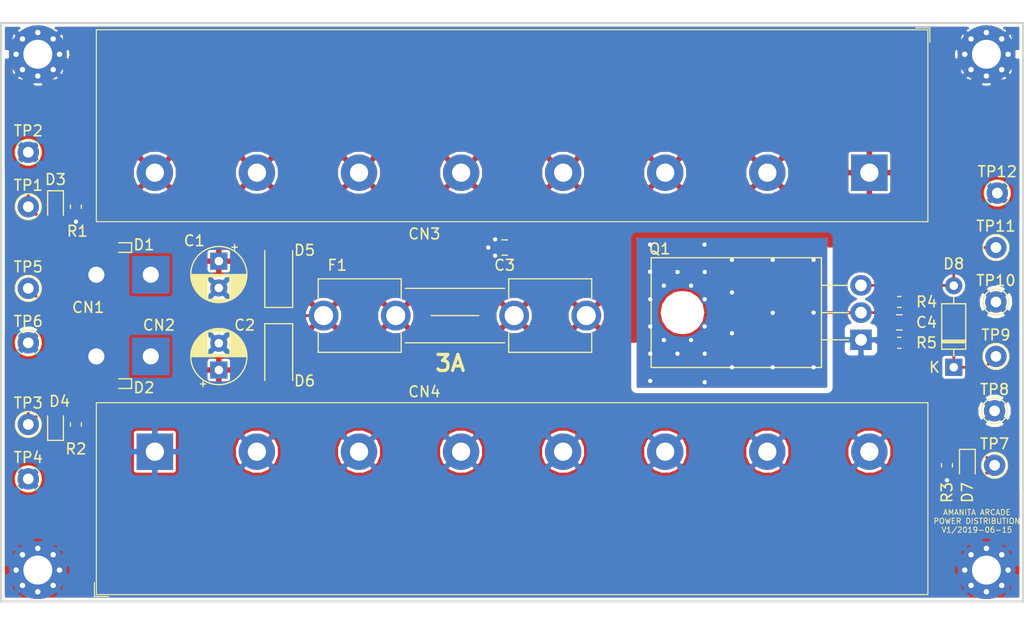
<source format=kicad_pcb>
(kicad_pcb (version 20171130) (host pcbnew 5.0.2-bee76a0~70~ubuntu18.04.1)
  (layers (0 F.Cu signal) (31 B.Cu signal) (34 B.Paste user) (35 F.Paste user) (36 B.SilkS user) (37 F.SilkS user) (38 B.Mask user hide) (39 F.Mask user hide) (44 Edge.Cuts user))
  (net 0 "")
  (net 1 GND)
  (net 2 "Net-(D5-Pad1)")
  (net 3 "Net-(D7-Pad1)")
  (net 4 "Net-(D3-Pad1)")
  (net 5 "Net-(D4-Pad1)")
  (net 6 "Net-(D8-Pad2)")
  (net 7 /+12V)
  (net 8 "Net-(C1-Pad1)")
  (net 9 "Net-(C2-Pad1)")
  (net 10 "Net-(C4-Pad1)")
  (module Package_TO_SOT_THT:TO-220-3_Horizontal_TabDown (layer F.Cu) (at 181.842162 102.592621 90)
    (fp_text reference Q1 (at 8.485621 -18.774162 180) (layer F.SilkS))
    (fp_text value TN1610H)
    (pad "" np_thru_hole oval (at 2.54 -16.66 90) (size 3.5 3.5) (drill 3.5) (layers *.Cu *.Mask))
    (pad 1 thru_hole rect (at 0 0 90) (size 1.905 2) (drill 1.1) (layers *.Cu *.Mask) (net 1 GND))
    (pad 2 thru_hole oval (at 2.54 0 90) (size 1.905 2) (drill 1.1) (layers *.Cu *.Mask) (net 7 /+12V))
    (pad 3 thru_hole oval (at 5.08 0 90) (size 1.905 2) (drill 1.1) (layers *.Cu *.Mask) (net 6 "Net-(D8-Pad2)"))
  )
  (module Capacitor_SMD:C_0805_2012Metric (layer F.Cu) (at 185.42 100.965 180)
    (fp_text reference C4 (at -2.54 0 180) (layer F.SilkS))
    (fp_text value 1u)
    (pad 1 smd roundrect (at -0.9375 0 180) (size 0.975 1.4) (layers F.Cu F.Paste F.Mask) (net 10 "Net-(C4-Pad1)"))
    (pad 2 smd roundrect (at 0.9375 0 180) (size 0.975 1.4) (layers F.Cu F.Paste F.Mask) (net 1 GND))
  )
  (module Capacitor_THT:CP_Radial_D5.0mm_P2.50mm (layer F.Cu) (at 121.92 105.41 90)
    (fp_text reference C2 (at 4.191 2.413 180) (layer F.SilkS))
    (fp_text value 10u)
    (pad 2 thru_hole circle (at 2.5 0 90) (size 1.6 1.6) (drill 0.8) (layers *.Cu *.Mask) (net 1 GND))
    (pad 1 thru_hole rect (at 0 0 90) (size 1.6 1.6) (drill 0.8) (layers *.Cu *.Mask) (net 9 "Net-(C2-Pad1)"))
  )
  (module Capacitor_THT:CP_Radial_D5.0mm_P2.50mm (layer F.Cu) (at 121.92 95.25 270)
    (fp_text reference C1 (at -1.905 2.286) (layer F.SilkS))
    (fp_text value 10u)
    (pad 1 thru_hole rect (at 0 0 270) (size 1.6 1.6) (drill 0.8) (layers *.Cu *.Mask) (net 8 "Net-(C1-Pad1)"))
    (pad 2 thru_hole circle (at 2.5 0 270) (size 1.6 1.6) (drill 0.8) (layers *.Cu *.Mask) (net 1 GND))
  )
  (module MountingHole:MountingHole_2.7mm_M2.5_Pad_Via (layer F.Cu) (at 193.548 75.946)
    (fp_text reference H1 hide)
    (fp_text value MountingHole_Pad)
    (pad 1 thru_hole circle (at 1.431891 -1.431891) (size 0.8 0.8) (drill 0.5) (layers *.Cu *.Mask) (net 1 GND))
    (pad 1 thru_hole circle (at 0 -2.025) (size 0.8 0.8) (drill 0.5) (layers *.Cu *.Mask) (net 1 GND))
    (pad 1 thru_hole circle (at -1.431891 -1.431891) (size 0.8 0.8) (drill 0.5) (layers *.Cu *.Mask) (net 1 GND))
    (pad 1 thru_hole circle (at -2.025 0) (size 0.8 0.8) (drill 0.5) (layers *.Cu *.Mask) (net 1 GND))
    (pad 1 thru_hole circle (at -1.431891 1.431891) (size 0.8 0.8) (drill 0.5) (layers *.Cu *.Mask) (net 1 GND))
    (pad 1 thru_hole circle (at 0 2.025) (size 0.8 0.8) (drill 0.5) (layers *.Cu *.Mask) (net 1 GND))
    (pad 1 thru_hole circle (at 1.431891 1.431891) (size 0.8 0.8) (drill 0.5) (layers *.Cu *.Mask) (net 1 GND))
    (pad 1 thru_hole circle (at 2.025 0) (size 0.8 0.8) (drill 0.5) (layers *.Cu *.Mask) (net 1 GND))
    (pad 1 thru_hole circle (at 0 0) (size 5.4 5.4) (drill 2.7) (layers *.Cu *.Mask) (net 1 GND))
  )
  (module MountingHole:MountingHole_2.7mm_M2.5_Pad_Via (layer F.Cu) (at 105.029 75.946)
    (fp_text reference H2 hide)
    (fp_text value MountingHole_Pad)
    (pad 1 thru_hole circle (at 0 0) (size 5.4 5.4) (drill 2.7) (layers *.Cu *.Mask) (net 1 GND))
    (pad 1 thru_hole circle (at 2.025 0) (size 0.8 0.8) (drill 0.5) (layers *.Cu *.Mask) (net 1 GND))
    (pad 1 thru_hole circle (at 1.431891 1.431891) (size 0.8 0.8) (drill 0.5) (layers *.Cu *.Mask) (net 1 GND))
    (pad 1 thru_hole circle (at 0 2.025) (size 0.8 0.8) (drill 0.5) (layers *.Cu *.Mask) (net 1 GND))
    (pad 1 thru_hole circle (at -1.431891 1.431891) (size 0.8 0.8) (drill 0.5) (layers *.Cu *.Mask) (net 1 GND))
    (pad 1 thru_hole circle (at -2.025 0) (size 0.8 0.8) (drill 0.5) (layers *.Cu *.Mask) (net 1 GND))
    (pad 1 thru_hole circle (at -1.431891 -1.431891) (size 0.8 0.8) (drill 0.5) (layers *.Cu *.Mask) (net 1 GND))
    (pad 1 thru_hole circle (at 0 -2.025) (size 0.8 0.8) (drill 0.5) (layers *.Cu *.Mask) (net 1 GND))
    (pad 1 thru_hole circle (at 1.431891 -1.431891) (size 0.8 0.8) (drill 0.5) (layers *.Cu *.Mask) (net 1 GND))
  )
  (module MountingHole:MountingHole_2.7mm_M2.5_Pad_Via (layer F.Cu) (at 105.029 124.079)
    (fp_text reference H3 hide)
    (fp_text value MountingHole_Pad)
    (pad 1 thru_hole circle (at 1.431891 -1.431891) (size 0.8 0.8) (drill 0.5) (layers *.Cu *.Mask) (net 1 GND))
    (pad 1 thru_hole circle (at 0 -2.025) (size 0.8 0.8) (drill 0.5) (layers *.Cu *.Mask) (net 1 GND))
    (pad 1 thru_hole circle (at -1.431891 -1.431891) (size 0.8 0.8) (drill 0.5) (layers *.Cu *.Mask) (net 1 GND))
    (pad 1 thru_hole circle (at -2.025 0) (size 0.8 0.8) (drill 0.5) (layers *.Cu *.Mask) (net 1 GND))
    (pad 1 thru_hole circle (at -1.431891 1.431891) (size 0.8 0.8) (drill 0.5) (layers *.Cu *.Mask) (net 1 GND))
    (pad 1 thru_hole circle (at 0 2.025) (size 0.8 0.8) (drill 0.5) (layers *.Cu *.Mask) (net 1 GND))
    (pad 1 thru_hole circle (at 1.431891 1.431891) (size 0.8 0.8) (drill 0.5) (layers *.Cu *.Mask) (net 1 GND))
    (pad 1 thru_hole circle (at 2.025 0) (size 0.8 0.8) (drill 0.5) (layers *.Cu *.Mask) (net 1 GND))
    (pad 1 thru_hole circle (at 0 0) (size 5.4 5.4) (drill 2.7) (layers *.Cu *.Mask) (net 1 GND))
  )
  (module MountingHole:MountingHole_2.7mm_M2.5_Pad_Via (layer F.Cu) (at 193.548 124.079)
    (fp_text reference H4 hide)
    (fp_text value MountingHole_Pad)
    (pad 1 thru_hole circle (at 0 0) (size 5.4 5.4) (drill 2.7) (layers *.Cu *.Mask) (net 1 GND))
    (pad 1 thru_hole circle (at 2.025 0) (size 0.8 0.8) (drill 0.5) (layers *.Cu *.Mask) (net 1 GND))
    (pad 1 thru_hole circle (at 1.431891 1.431891) (size 0.8 0.8) (drill 0.5) (layers *.Cu *.Mask) (net 1 GND))
    (pad 1 thru_hole circle (at 0 2.025) (size 0.8 0.8) (drill 0.5) (layers *.Cu *.Mask) (net 1 GND))
    (pad 1 thru_hole circle (at -1.431891 1.431891) (size 0.8 0.8) (drill 0.5) (layers *.Cu *.Mask) (net 1 GND))
    (pad 1 thru_hole circle (at -2.025 0) (size 0.8 0.8) (drill 0.5) (layers *.Cu *.Mask) (net 1 GND))
    (pad 1 thru_hole circle (at -1.431891 -1.431891) (size 0.8 0.8) (drill 0.5) (layers *.Cu *.Mask) (net 1 GND))
    (pad 1 thru_hole circle (at 0 -2.025) (size 0.8 0.8) (drill 0.5) (layers *.Cu *.Mask) (net 1 GND))
    (pad 1 thru_hole circle (at 1.431891 -1.431891) (size 0.8 0.8) (drill 0.5) (layers *.Cu *.Mask) (net 1 GND))
  )
  (module TestPoint:TestPoint_THTPad_D2.0mm_Drill1.0mm (layer F.Cu) (at 194.564 88.9)
    (fp_text reference TP12 (at 0 -1.998) (layer F.SilkS))
    (fp_text value GND)
    (pad 1 thru_hole circle (at 0 0) (size 2 2) (drill 1) (layers *.Cu *.Mask) (net 1 GND))
  )
  (module TestPoint:TestPoint_THTPad_D2.0mm_Drill1.0mm (layer F.Cu) (at 194.31 114.3)
    (fp_text reference TP7 (at 0 -1.998) (layer F.SilkS))
    (fp_text value TestPoint)
    (pad 1 thru_hole circle (at 0 0) (size 2 2) (drill 1) (layers *.Cu *.Mask) (net 7 /+12V))
  )
  (module TestPoint:TestPoint_THTPad_D2.0mm_Drill1.0mm (layer F.Cu) (at 194.31 109.22)
    (fp_text reference TP8 (at 0 -1.998) (layer F.SilkS))
    (fp_text value GND)
    (pad 1 thru_hole circle (at 0 0) (size 2 2) (drill 1) (layers *.Cu *.Mask) (net 1 GND))
  )
  (module TestPoint:TestPoint_THTPad_D2.0mm_Drill1.0mm (layer F.Cu) (at 194.437 104.14)
    (fp_text reference TP9 (at 0 -1.998) (layer F.SilkS))
    (fp_text value TestPoint)
    (pad 1 thru_hole circle (at 0 0) (size 2 2) (drill 1) (layers *.Cu *.Mask) (net 10 "Net-(C4-Pad1)"))
  )
  (module TestPoint:TestPoint_THTPad_D2.0mm_Drill1.0mm (layer F.Cu) (at 194.437 99.06)
    (fp_text reference TP10 (at 0 -1.998) (layer F.SilkS))
    (fp_text value GND)
    (pad 1 thru_hole circle (at 0 0) (size 2 2) (drill 1) (layers *.Cu *.Mask) (net 1 GND))
  )
  (module TestPoint:TestPoint_THTPad_D2.0mm_Drill1.0mm (layer F.Cu) (at 194.437 93.98)
    (fp_text reference TP11 (at 0 -1.998) (layer F.SilkS))
    (fp_text value 12V_IN)
    (pad 1 thru_hole circle (at 0 0) (size 2 2) (drill 1) (layers *.Cu *.Mask) (net 6 "Net-(D8-Pad2)"))
  )
  (module Capacitor_SMD:C_0805_2012Metric (layer F.Cu) (at 148.59 93.98 180)
    (fp_text reference C3 (at 0 -1.65 180) (layer F.SilkS))
    (fp_text value 1u)
    (pad 1 smd roundrect (at -0.9375 0 180) (size 0.975 1.4) (layers F.Cu F.Paste F.Mask) (net 7 /+12V))
    (pad 2 smd roundrect (at 0.9375 0 180) (size 0.975 1.4) (layers F.Cu F.Paste F.Mask) (net 1 GND))
  )
  (module Connector_Wire:SolderWirePad_1x02_P5.08mm_Drill1.5mm (layer F.Cu) (at 115.57 96.52 180)
    (fp_text reference CN1 (at 5.842 -3.048 180) (layer F.SilkS))
    (fp_text value VIN_A)
    (pad 2 thru_hole circle (at 5.08 0 180) (size 3.50012 3.50012) (drill 1.50114) (layers *.Cu *.Mask) (net 1 GND))
    (pad 1 thru_hole rect (at 0 0 180) (size 3.50012 3.50012) (drill 1.50114) (layers *.Cu *.Mask) (net 8 "Net-(C1-Pad1)"))
  )
  (module Connector_Wire:SolderWirePad_1x02_P5.08mm_Drill1.5mm (layer F.Cu) (at 115.57 104.14 180)
    (fp_text reference CN2 (at -0.762 2.921 180) (layer F.SilkS))
    (fp_text value VIN_B)
    (pad 1 thru_hole rect (at 0 0 180) (size 3.50012 3.50012) (drill 1.50114) (layers *.Cu *.Mask) (net 9 "Net-(C2-Pad1)"))
    (pad 2 thru_hole circle (at 5.08 0 180) (size 3.50012 3.50012) (drill 1.50114) (layers *.Cu *.Mask) (net 1 GND))
  )
  (module Diode_THT:D_DO-35_SOD27_P7.62mm_Horizontal (layer F.Cu) (at 190.5 105.156 90)
    (fp_text reference D8 (at 9.652 0 180) (layer F.SilkS))
    (fp_text value BZX79C15)
    (fp_text user K (at 0 -1.8 180) (layer F.SilkS))
    (pad 1 thru_hole rect (at 0 0 90) (size 1.6 1.6) (drill 0.8) (layers *.Cu *.Mask) (net 10 "Net-(C4-Pad1)"))
    (pad 2 thru_hole oval (at 7.62 0 90) (size 1.6 1.6) (drill 0.8) (layers *.Cu *.Mask) (net 6 "Net-(D8-Pad2)"))
  )
  (module LED_SMD:LED_0603_1608Metric (layer F.Cu) (at 106.68 90.17 270)
    (fp_text reference D3 (at -2.54 0) (layer F.SilkS))
    (fp_text value LED)
    (pad 1 smd roundrect (at -0.7875 0 270) (size 0.875 0.95) (layers F.Cu F.Paste F.Mask) (net 4 "Net-(D3-Pad1)"))
    (pad 2 smd roundrect (at 0.7875 0 270) (size 0.875 0.95) (layers F.Cu F.Paste F.Mask) (net 8 "Net-(C1-Pad1)"))
  )
  (module LED_SMD:LED_0603_1608Metric (layer F.Cu) (at 106.68 110.49 90)
    (fp_text reference D4 (at 2.159 0.381 180) (layer F.SilkS))
    (fp_text value LED)
    (pad 2 smd roundrect (at 0.7875 0 90) (size 0.875 0.95) (layers F.Cu F.Paste F.Mask) (net 9 "Net-(C2-Pad1)"))
    (pad 1 smd roundrect (at -0.7875 0 90) (size 0.875 0.95) (layers F.Cu F.Paste F.Mask) (net 5 "Net-(D4-Pad1)"))
  )
  (module LED_SMD:LED_0603_1608Metric (layer F.Cu) (at 191.77 114.3 270)
    (fp_text reference D7 (at 2.54 0 270) (layer F.SilkS))
    (fp_text value LED)
    (pad 1 smd roundrect (at -0.7875 0 270) (size 0.875 0.95) (layers F.Cu F.Paste F.Mask) (net 3 "Net-(D7-Pad1)"))
    (pad 2 smd roundrect (at 0.7875 0 270) (size 0.875 0.95) (layers F.Cu F.Paste F.Mask) (net 7 /+12V))
  )
  (module Resistor_SMD:R_0603_1608Metric (layer F.Cu) (at 185.42 102.87 180)
    (fp_text reference R5 (at -2.54 0 180) (layer F.SilkS))
    (fp_text value 10k)
    (pad 1 smd roundrect (at -0.7875 0 180) (size 0.875 0.95) (layers F.Cu F.Paste F.Mask) (net 10 "Net-(C4-Pad1)"))
    (pad 2 smd roundrect (at 0.7875 0 180) (size 0.875 0.95) (layers F.Cu F.Paste F.Mask) (net 1 GND))
  )
  (module Resistor_SMD:R_0603_1608Metric (layer F.Cu) (at 185.42 99.06)
    (fp_text reference R4 (at 2.54 0) (layer F.SilkS))
    (fp_text value 470)
    (pad 2 smd roundrect (at 0.7875 0) (size 0.875 0.95) (layers F.Cu F.Paste F.Mask) (net 10 "Net-(C4-Pad1)"))
    (pad 1 smd roundrect (at -0.7875 0) (size 0.875 0.95) (layers F.Cu F.Paste F.Mask) (net 7 /+12V))
  )
  (module Resistor_SMD:R_0603_1608Metric (layer F.Cu) (at 108.585 110.49 270)
    (fp_text reference R2 (at 2.286 0) (layer F.SilkS))
    (fp_text value 2.2k)
    (pad 1 smd roundrect (at -0.7875 0 270) (size 0.875 0.95) (layers F.Cu F.Paste F.Mask) (net 1 GND))
    (pad 2 smd roundrect (at 0.7875 0 270) (size 0.875 0.95) (layers F.Cu F.Paste F.Mask) (net 5 "Net-(D4-Pad1)"))
  )
  (module Resistor_SMD:R_0603_1608Metric (layer F.Cu) (at 108.585 90.17 90)
    (fp_text reference R1 (at -2.286 0.127 180) (layer F.SilkS))
    (fp_text value 2.2k)
    (pad 2 smd roundrect (at 0.7875 0 90) (size 0.875 0.95) (layers F.Cu F.Paste F.Mask) (net 4 "Net-(D3-Pad1)"))
    (pad 1 smd roundrect (at -0.7875 0 90) (size 0.875 0.95) (layers F.Cu F.Paste F.Mask) (net 1 GND))
  )
  (module Resistor_SMD:R_0603_1608Metric (layer F.Cu) (at 189.865 114.3 90)
    (fp_text reference R3 (at -2.54 0 90) (layer F.SilkS))
    (fp_text value 2.2k)
    (pad 1 smd roundrect (at -0.7875 0 90) (size 0.875 0.95) (layers F.Cu F.Paste F.Mask) (net 1 GND))
    (pad 2 smd roundrect (at 0.7875 0 90) (size 0.875 0.95) (layers F.Cu F.Paste F.Mask) (net 3 "Net-(D7-Pad1)"))
  )
  (module TestPoint:TestPoint_THTPad_D2.0mm_Drill1.0mm (layer F.Cu) (at 104.14 97.79)
    (fp_text reference TP5 (at 0 -1.998) (layer F.SilkS))
    (fp_text value GND)
    (pad 1 thru_hole circle (at 0 0) (size 2 2) (drill 1) (layers *.Cu *.Mask) (net 2 "Net-(D5-Pad1)"))
  )
  (module TestPoint:TestPoint_THTPad_D2.0mm_Drill1.0mm (layer F.Cu) (at 104.14 115.57)
    (fp_text reference TP4 (at 0 -1.998) (layer F.SilkS))
    (fp_text value GND)
    (pad 1 thru_hole circle (at 0 0) (size 2 2) (drill 1) (layers *.Cu *.Mask) (net 1 GND))
  )
  (module TestPoint:TestPoint_THTPad_D2.0mm_Drill1.0mm (layer F.Cu) (at 104.14 110.49)
    (fp_text reference TP3 (at 0 -1.998) (layer F.SilkS))
    (fp_text value 12V_IN_B)
    (pad 1 thru_hole circle (at 0 0) (size 2 2) (drill 1) (layers *.Cu *.Mask) (net 9 "Net-(C2-Pad1)"))
  )
  (module TestPoint:TestPoint_THTPad_D2.0mm_Drill1.0mm (layer F.Cu) (at 104.14 85.09)
    (fp_text reference TP2 (at 0 -1.998) (layer F.SilkS))
    (fp_text value GND)
    (pad 1 thru_hole circle (at 0 0) (size 2 2) (drill 1) (layers *.Cu *.Mask) (net 1 GND))
  )
  (module TestPoint:TestPoint_THTPad_D2.0mm_Drill1.0mm (layer F.Cu) (at 104.14 90.17)
    (fp_text reference TP1 (at 0 -1.998) (layer F.SilkS))
    (fp_text value 12V_IN_A)
    (pad 1 thru_hole circle (at 0 0) (size 2 2) (drill 1) (layers *.Cu *.Mask) (net 8 "Net-(C1-Pad1)"))
  )
  (module TestPoint:TestPoint_THTPad_D2.0mm_Drill1.0mm (layer F.Cu) (at 104.14 102.87)
    (fp_text reference TP6 (at 0 -1.998) (layer F.SilkS))
    (fp_text value GND)
    (pad 1 thru_hole circle (at 0 0) (size 2 2) (drill 1) (layers *.Cu *.Mask) (net 1 GND))
  )
  (module aa-shared:D_SOD-128 (layer F.Cu) (at 127.508 96.52 90)
    (fp_text reference D5 (at 2.286 2.413 180) (layer F.SilkS))
    (fp_text value D_Schottky)
    (pad 2 smd rect (at 2.2 0 90) (size 1.4 2.1) (layers F.Cu F.Paste F.Mask) (net 8 "Net-(C1-Pad1)"))
    (pad 1 smd rect (at -2.2 0 90) (size 1.4 2.1) (layers F.Cu F.Paste F.Mask) (net 2 "Net-(D5-Pad1)"))
  )
  (module aa-shared:D_SOD-128 (layer F.Cu) (at 127.508 104.14 270)
    (fp_text reference D6 (at 2.286 -2.413) (layer F.SilkS))
    (fp_text value D_Schottky)
    (pad 1 smd rect (at -2.2 0 270) (size 1.4 2.1) (layers F.Cu F.Paste F.Mask) (net 2 "Net-(D5-Pad1)"))
    (pad 2 smd rect (at 2.2 0 270) (size 1.4 2.1) (layers F.Cu F.Paste F.Mask) (net 9 "Net-(C2-Pad1)"))
  )
  (module aa-shared:D_SOD-923 (layer F.Cu) (at 113.03 106.68 180)
    (fp_text reference D2 (at -1.905 -0.381 180) (layer F.SilkS))
    (fp_text value DF2S16FS)
    (pad 2 smd rect (at 0.45 0 180) (size 0.3 0.4) (layers F.Cu F.Paste F.Mask) (net 1 GND))
    (pad 1 smd rect (at -0.45 0 180) (size 0.3 0.4) (layers F.Cu F.Paste F.Mask) (net 9 "Net-(C2-Pad1)"))
  )
  (module aa-shared:D_SOD-923 (layer F.Cu) (at 113.03 93.98 180)
    (fp_text reference D1 (at -1.905 0.254 180) (layer F.SilkS))
    (fp_text value DF2S16FS)
    (pad 1 smd rect (at -0.45 0 180) (size 0.3 0.4) (layers F.Cu F.Paste F.Mask) (net 8 "Net-(C1-Pad1)"))
    (pad 2 smd rect (at 0.45 0 180) (size 0.3 0.4) (layers F.Cu F.Paste F.Mask) (net 1 GND))
  )
  (module aa-shared:Fuseholder_Clip_5x20_Bel_FC-211-22 (layer F.Cu) (at 156.21 100.33 180)
    (fp_text reference F1 (at 23.241 4.699 180) (layer F.SilkS))
    (fp_text value 2A)
    (pad 2 thru_hole circle (at 24.511 0 180) (size 2.78 2.78) (drill 1.78) (layers *.Cu *.Mask) (net 2 "Net-(D5-Pad1)"))
    (pad 2 thru_hole circle (at 17.78 0 180) (size 2.78 2.78) (drill 1.78) (layers *.Cu *.Mask) (net 2 "Net-(D5-Pad1)"))
    (pad 1 thru_hole circle (at 6.731 0 180) (size 2.78 2.78) (drill 1.78) (layers *.Cu *.Mask) (net 7 /+12V))
    (pad 1 thru_hole circle (at 0 0 180) (size 2.78 2.78) (drill 1.78) (layers *.Cu *.Mask) (net 7 /+12V))
  )
  (module aa-shared:TerminalBlock_OST_OSTYK44108030 (layer F.Cu) (at 182.626 86.995 180)
    (fp_text reference CN3 (at 41.529 -5.715 180) (layer F.SilkS))
    (fp_text value 12V_OUT)
    (pad 8 thru_hole circle (at 66.675 0 180) (size 3.4 3.4) (drill 1.7) (layers *.Cu *.Mask) (net 7 /+12V))
    (pad 7 thru_hole circle (at 57.15 0 180) (size 3.4 3.4) (drill 1.7) (layers *.Cu *.Mask) (net 7 /+12V))
    (pad 6 thru_hole circle (at 47.625 0 180) (size 3.4 3.4) (drill 1.7) (layers *.Cu *.Mask) (net 7 /+12V))
    (pad 5 thru_hole circle (at 38.095 0 180) (size 3.4 3.4) (drill 1.7) (layers *.Cu *.Mask) (net 7 /+12V))
    (pad 4 thru_hole circle (at 28.575 0 180) (size 3.4 3.4) (drill 1.7) (layers *.Cu *.Mask) (net 7 /+12V))
    (pad 3 thru_hole circle (at 19.05 0 180) (size 3.4 3.4) (drill 1.7) (layers *.Cu *.Mask) (net 7 /+12V))
    (pad 2 thru_hole circle (at 9.52 0 180) (size 3.4 3.4) (drill 1.7) (layers *.Cu *.Mask) (net 7 /+12V))
    (pad 1 thru_hole rect (at 0 0 180) (size 3.4 3.4) (drill 1.7) (layers *.Cu *.Mask) (net 7 /+12V))
  )
  (module aa-shared:TerminalBlock_OST_OSTYK44108030 (layer F.Cu) (at 115.951 113.03)
    (fp_text reference CN4 (at 25.146 -5.588) (layer F.SilkS))
    (fp_text value GND_OUT)
    (pad 1 thru_hole rect (at 0 0) (size 3.4 3.4) (drill 1.7) (layers *.Cu *.Mask) (net 1 GND))
    (pad 2 thru_hole circle (at 9.52 0) (size 3.4 3.4) (drill 1.7) (layers *.Cu *.Mask) (net 1 GND))
    (pad 3 thru_hole circle (at 19.05 0) (size 3.4 3.4) (drill 1.7) (layers *.Cu *.Mask) (net 1 GND))
    (pad 4 thru_hole circle (at 28.575 0) (size 3.4 3.4) (drill 1.7) (layers *.Cu *.Mask) (net 1 GND))
    (pad 5 thru_hole circle (at 38.095 0) (size 3.4 3.4) (drill 1.7) (layers *.Cu *.Mask) (net 1 GND))
    (pad 6 thru_hole circle (at 47.625 0) (size 3.4 3.4) (drill 1.7) (layers *.Cu *.Mask) (net 1 GND))
    (pad 7 thru_hole circle (at 57.15 0) (size 3.4 3.4) (drill 1.7) (layers *.Cu *.Mask) (net 1 GND))
    (pad 8 thru_hole circle (at 66.675 0) (size 3.4 3.4) (drill 1.7) (layers *.Cu *.Mask) (net 1 GND))
  )
  (gr_text "AMANITA ARCADE\nPOWER DISTRIBUTION\nV1/2019-06-15" (at 192.659 119.507) (layer F.SilkS) (effects (font (size 0.508 0.508) (thickness 0.0762))))
  (gr_text 3A (at 143.51 104.775) (layer F.SilkS) (effects (font (size 1.5 1.5) (thickness 0.3))))
  (gr_line (start 196.977 127) (end 101.6 127) (layer Edge.Cuts) (width 0.2))
  (gr_line (start 196.977 73.025) (end 196.977 127) (layer Edge.Cuts) (width 0.2))
  (gr_line (start 101.6 73.025) (end 196.977 73.025) (layer Edge.Cuts) (width 0.2))
  (gr_line (start 101.6 127) (end 101.6 73.025) (layer Edge.Cuts) (width 0.2))
  (via (at 147.701 93.218) (size 0.8) (drill 0.4) (layers F.Cu B.Cu) (net 1))
  (segment (start 147.6525 93.98) (end 147.6525 93.2665) (width 0.508) (layer F.Cu) (net 1))
  (segment (start 147.6525 93.2665) (end 147.701 93.218) (width 0.508) (layer F.Cu) (net 1))
  (via (at 147.701 94.742) (size 0.8) (drill 0.4) (layers F.Cu B.Cu) (net 1))
  (segment (start 147.6525 93.98) (end 147.6525 94.6935) (width 0.508) (layer F.Cu) (net 1))
  (segment (start 147.6525 94.6935) (end 147.701 94.742) (width 0.508) (layer F.Cu) (net 1))
  (via (at 147.066 93.98) (size 0.8) (drill 0.4) (layers F.Cu B.Cu) (net 1))
  (segment (start 147.6525 93.98) (end 147.066 93.98) (width 0.508) (layer F.Cu) (net 1))
  (via (at 108.585 91.567) (size 0.8) (drill 0.4) (layers F.Cu B.Cu) (net 1))
  (segment (start 108.585 90.9575) (end 108.585 91.567) (width 0.254) (layer F.Cu) (net 1))
  (segment (start 184.4825 101.981) (end 184.4825 100.965) (width 0.254) (layer F.Cu) (net 1))
  (segment (start 184.658 102.1565) (end 184.4825 101.981) (width 0.254) (layer F.Cu) (net 1))
  (segment (start 181.842162 102.592621) (end 183.096162 102.592621) (width 0.254) (layer F.Cu) (net 1))
  (segment (start 183.096162 102.592621) (end 183.373541 102.87) (width 0.254) (layer F.Cu) (net 1))
  (segment (start 183.373541 102.87) (end 184.658 102.87) (width 0.254) (layer F.Cu) (net 1))
  (segment (start 184.658 102.87) (end 184.658 102.1565) (width 0.254) (layer F.Cu) (net 1))
  (via (at 189.865 115.697) (size 0.8) (drill 0.4) (layers F.Cu B.Cu) (net 1))
  (segment (start 189.865 115.0875) (end 189.865 115.697) (width 0.254) (layer F.Cu) (net 1))
  (segment (start 104.14 97.79) (end 106.68 100.33) (width 0.254) (layer F.Cu) (net 2))
  (segment (start 106.68 100.33) (end 131.699 100.33) (width 0.254) (layer F.Cu) (net 2))
  (segment (start 189.865 113.5125) (end 191.8715 113.5125) (width 0.254) (layer F.Cu) (net 3))
  (segment (start 191.8715 113.5125) (end 191.897 113.538) (width 0.254) (layer F.Cu) (net 3))
  (segment (start 106.68 89.3825) (end 108.5595 89.3825) (width 0.254) (layer F.Cu) (net 4))
  (segment (start 108.5595 89.3825) (end 108.585 89.408) (width 0.254) (layer F.Cu) (net 4))
  (segment (start 106.68 111.2775) (end 108.5595 111.2775) (width 0.254) (layer F.Cu) (net 5))
  (segment (start 108.5595 111.2775) (end 108.585 111.252) (width 0.254) (layer F.Cu) (net 5))
  (segment (start 192.278 93.98) (end 194.437 93.98) (width 0.254) (layer F.Cu) (net 6))
  (segment (start 190.5 97.536) (end 190.5 95.758) (width 0.254) (layer F.Cu) (net 6))
  (segment (start 190.5 95.758) (end 192.278 93.98) (width 0.254) (layer F.Cu) (net 6))
  (segment (start 181.842162 97.512621) (end 190.476621 97.512621) (width 0.254) (layer F.Cu) (net 6))
  (segment (start 190.476621 97.512621) (end 190.5 97.536) (width 0.254) (layer F.Cu) (net 6))
  (via (at 162.157162 93.702621) (size 0.8) (drill 0.4) (layers F.Cu B.Cu) (net 7))
  (via (at 167.237162 93.702621) (size 0.8) (drill 0.4) (layers F.Cu B.Cu) (net 7))
  (via (at 162.157162 96.242621) (size 0.8) (drill 0.4) (layers F.Cu B.Cu) (net 7))
  (segment (start 181.842162 100.052621) (end 176.127162 100.052621) (width 0.254) (layer F.Cu) (net 7))
  (segment (start 183.096162 100.052621) (end 184.088783 99.06) (width 0.254) (layer F.Cu) (net 7))
  (segment (start 181.842162 100.052621) (end 183.096162 100.052621) (width 0.254) (layer F.Cu) (net 7))
  (segment (start 184.088783 99.06) (end 184.658 99.06) (width 0.254) (layer F.Cu) (net 7))
  (segment (start 191.77 115.0875) (end 193.5225 115.0875) (width 0.254) (layer F.Cu) (net 7))
  (segment (start 193.5225 115.0875) (end 194.31 114.3) (width 0.254) (layer F.Cu) (net 7))
  (via (at 164.719 96.266) (size 0.8) (drill 0.4) (layers F.Cu B.Cu) (net 7))
  (via (at 167.259 96.266) (size 0.8) (drill 0.4) (layers F.Cu B.Cu) (net 7))
  (via (at 167.259 103.886) (size 0.8) (drill 0.4) (layers F.Cu B.Cu) (net 7))
  (via (at 164.719 103.886) (size 0.8) (drill 0.4) (layers F.Cu B.Cu) (net 7))
  (segment (start 186.412627 106.402627) (end 181.713627 106.402627) (width 0.254) (layer F.Cu) (net 7))
  (segment (start 180.467 100.076) (end 181.737 100.076) (width 0.254) (layer F.Cu) (net 7))
  (segment (start 179.705 100.838) (end 180.467 100.076) (width 0.254) (layer F.Cu) (net 7))
  (segment (start 194.31 114.3) (end 186.412627 106.402627) (width 0.254) (layer F.Cu) (net 7))
  (segment (start 181.713627 106.402627) (end 179.705 104.394) (width 0.254) (layer F.Cu) (net 7))
  (segment (start 179.705 104.394) (end 179.705 100.838) (width 0.254) (layer F.Cu) (net 7))
  (via (at 163.449 97.536) (size 0.8) (drill 0.4) (layers F.Cu B.Cu) (net 7))
  (via (at 163.449 102.616) (size 0.8) (drill 0.4) (layers F.Cu B.Cu) (net 7))
  (via (at 162.179 103.886) (size 0.8) (drill 0.4) (layers F.Cu B.Cu) (net 7))
  (via (at 162.179 101.346) (size 0.8) (drill 0.4) (layers F.Cu B.Cu) (net 7))
  (via (at 162.179 98.806) (size 0.8) (drill 0.4) (layers F.Cu B.Cu) (net 7))
  (via (at 165.989 102.616) (size 0.8) (drill 0.4) (layers F.Cu B.Cu) (net 7))
  (via (at 165.989 97.536) (size 0.8) (drill 0.4) (layers F.Cu B.Cu) (net 7))
  (via (at 167.259 98.806) (size 0.8) (drill 0.4) (layers F.Cu B.Cu) (net 7))
  (via (at 167.259 101.346) (size 0.8) (drill 0.4) (layers F.Cu B.Cu) (net 7))
  (via (at 162.179 106.426) (size 0.8) (drill 0.4) (layers F.Cu B.Cu) (net 7))
  (via (at 167.259 106.553) (size 0.8) (drill 0.4) (layers F.Cu B.Cu) (net 7))
  (via (at 169.799 105.156) (size 0.8) (drill 0.4) (layers F.Cu B.Cu) (net 7))
  (via (at 169.799 95.123) (size 0.8) (drill 0.4) (layers F.Cu B.Cu) (net 7))
  (via (at 173.609 105.156) (size 0.8) (drill 0.4) (layers F.Cu B.Cu) (net 7))
  (via (at 173.609 100.076) (size 0.8) (drill 0.4) (layers F.Cu B.Cu) (net 7))
  (via (at 173.609 95.123) (size 0.8) (drill 0.4) (layers F.Cu B.Cu) (net 7))
  (via (at 177.419 95.123) (size 0.8) (drill 0.4) (layers F.Cu B.Cu) (net 7))
  (via (at 177.419 100.052621) (size 0.8) (drill 0.4) (layers F.Cu B.Cu) (net 7))
  (via (at 177.419 105.156) (size 0.8) (drill 0.4) (layers F.Cu B.Cu) (net 7))
  (via (at 169.799 98.171) (size 0.8) (drill 0.4) (layers F.Cu B.Cu) (net 7))
  (via (at 169.799 101.981) (size 0.8) (drill 0.4) (layers F.Cu B.Cu) (net 7))
  (segment (start 104.902 90.932) (end 106.68 90.932) (width 0.254) (layer F.Cu) (net 8))
  (segment (start 104.14 90.17) (end 104.902 90.932) (width 0.254) (layer F.Cu) (net 8))
  (segment (start 114.046 92.202) (end 115.57 93.726) (width 0.254) (layer F.Cu) (net 8))
  (segment (start 109.982 90.551) (end 111.633 92.202) (width 0.254) (layer F.Cu) (net 8))
  (segment (start 104.14 88.755787) (end 105.138787 87.757) (width 0.254) (layer F.Cu) (net 8))
  (segment (start 104.14 90.17) (end 104.14 88.755787) (width 0.254) (layer F.Cu) (net 8))
  (segment (start 109.093 87.757) (end 109.982 88.646) (width 0.254) (layer F.Cu) (net 8))
  (segment (start 115.57 93.726) (end 115.57 96.647) (width 0.254) (layer F.Cu) (net 8))
  (segment (start 111.633 92.202) (end 114.046 92.202) (width 0.254) (layer F.Cu) (net 8))
  (segment (start 109.982 88.646) (end 109.982 90.551) (width 0.254) (layer F.Cu) (net 8))
  (segment (start 105.138787 87.757) (end 109.093 87.757) (width 0.254) (layer F.Cu) (net 8))
  (segment (start 106.68 109.7025) (end 104.9275 109.7025) (width 0.254) (layer F.Cu) (net 9))
  (segment (start 104.9275 109.7025) (end 104.14 110.49) (width 0.254) (layer F.Cu) (net 9))
  (segment (start 115.57 101.6) (end 115.57 104.14) (width 0.254) (layer F.Cu) (net 9))
  (segment (start 115.062 101.092) (end 115.57 101.6) (width 0.254) (layer F.Cu) (net 9))
  (segment (start 104.14 107.315) (end 106.934 104.521) (width 0.254) (layer F.Cu) (net 9))
  (segment (start 106.934 104.521) (end 106.934 102.489) (width 0.254) (layer F.Cu) (net 9))
  (segment (start 104.14 110.49) (end 104.14 107.315) (width 0.254) (layer F.Cu) (net 9))
  (segment (start 108.331 101.092) (end 115.062 101.092) (width 0.254) (layer F.Cu) (net 9))
  (segment (start 106.934 102.489) (end 108.331 101.092) (width 0.254) (layer F.Cu) (net 9))
  (segment (start 186.2075 99.8475) (end 186.2075 99.06) (width 0.254) (layer F.Cu) (net 10))
  (segment (start 186.309 99.949) (end 186.2075 99.8475) (width 0.254) (layer F.Cu) (net 10))
  (segment (start 186.309 101.981) (end 186.309 99.949) (width 0.254) (layer F.Cu) (net 10))
  (segment (start 186.2075 102.87) (end 186.2075 102.0825) (width 0.254) (layer F.Cu) (net 10))
  (segment (start 186.2075 102.0825) (end 186.309 101.981) (width 0.254) (layer F.Cu) (net 10))
  (segment (start 189.268 102.87) (end 190.5 104.102) (width 0.254) (layer F.Cu) (net 10))
  (segment (start 186.2075 102.87) (end 189.268 102.87) (width 0.254) (layer F.Cu) (net 10))
  (segment (start 190.5 104.102) (end 190.5 105.156) (width 0.254) (layer F.Cu) (net 10))
  (segment (start 190.5 105.156) (end 193.421 105.156) (width 0.254) (layer F.Cu) (net 10))
  (segment (start 193.421 105.156) (end 194.437 104.14) (width 0.254) (layer F.Cu) (net 10))
  (zone (net 7) (net_name /+12V) (layer B.Cu) (priority 1) (connect_pads (clearance 0.508)) (min_thickness 0.254) (fill yes (arc_segments 16) (thermal_gap 0.508) (thermal_bridge_width 0.508))
    (polygon (pts (xy 178.689 107.061) (xy 178.689 93.091) (xy 160.909 93.091) (xy 160.909 107.061)))
  )
  (zone (net 1) (net_name GND) (layer B.Cu) (connect_pads (clearance 0.254)) (min_thickness 0.254) (fill yes (arc_segments 16) (thermal_gap 0.508) (thermal_bridge_width 0.508))
    (polygon (pts (xy 101.6 73.025) (xy 196.977 73.025) (xy 196.977 127) (xy 101.6 127)))
  )
  (zone (net 7) (net_name /+12V) (layer F.Cu) (connect_pads (clearance 0.254)) (min_thickness 0.254) (fill yes (arc_segments 16) (thermal_gap 0.254) (thermal_bridge_width 0.508))
    (polygon (pts (xy 110.49 88.138) (xy 109.474 87.122) (xy 101.6 87.122) (xy 101.6 73.025) (xy 196.977 73.025) (xy 196.977 91.44) (xy 187.96 91.44) (xy 185.42 93.98) (xy 161.29 93.98) (xy 161.29 102.87) (xy 147.32 102.87) (xy 139.7 95.25) (xy 133.223 95.25) (xy 130.429 92.456) (xy 112.776 92.456) (xy 110.49 90.17)))
  )
  (zone (net 2) (net_name "Net-(D5-Pad1)") (layer F.Cu) (connect_pads (clearance 0.254)) (min_thickness 0.254) (fill yes (arc_segments 16) (thermal_gap 0.254) (thermal_bridge_width 0.508))
    (polygon (pts (xy 125.73 96.52) (xy 139.7 96.52) (xy 142.24 99.06) (xy 142.24 101.6) (xy 139.7 104.14) (xy 125.73 104.14)))
  )
  (zone (net 8) (net_name "Net-(C1-Pad1)") (layer F.Cu) (connect_pads (clearance 0.254)) (min_thickness 0.254) (fill yes (arc_segments 16) (thermal_gap 0.254) (thermal_bridge_width 0.508))
    (polygon (pts (xy 113.157 95.504) (xy 113.284 95.377) (xy 113.284 92.964) (xy 129.159 92.964) (xy 130.175 93.98) (xy 130.175 96.266) (xy 125.603 96.266) (xy 125.222 96.647) (xy 120.523 96.647) (xy 118.11 99.06) (xy 113.157 99.06)))
  )
  (zone (net 9) (net_name "Net-(C2-Pad1)") (layer F.Cu) (connect_pads (clearance 0.254)) (min_thickness 0.254) (fill yes (arc_segments 16) (thermal_gap 0.254) (thermal_bridge_width 0.508))
    (polygon (pts (xy 113.284 105.283) (xy 113.157 105.156) (xy 113.157 101.6) (xy 118.11 101.6) (xy 120.523 104.013) (xy 125.222 104.013) (xy 125.603 104.394) (xy 130.175 104.394) (xy 130.175 106.68) (xy 129.286 107.569) (xy 113.284 107.569)))
  )
  (zone (net 1) (net_name GND) (layer F.Cu) (connect_pads (clearance 0.254)) (min_thickness 0.254) (fill yes (arc_segments 16) (thermal_gap 0.254) (thermal_bridge_width 0.508))
    (polygon (pts (xy 111.76 101.854) (xy 112.649 102.743) (xy 112.649 105.41) (xy 112.776 105.537) (xy 112.776 107.95) (xy 185.42 107.95) (xy 187.96 110.49) (xy 187.96 116.84) (xy 196.977 116.84) (xy 196.977 127) (xy 101.6 127) (xy 101.6 110.109) (xy 101.6 101.854)))
  )
  (zone (net 1) (net_name GND) (layer F.Cu) (connect_pads (clearance 0.508)) (min_thickness 0.254) (fill yes (arc_segments 16) (thermal_gap 0.508) (thermal_bridge_width 0.508))
    (polygon (pts (xy 109.22 98.806) (xy 111.76 98.806) (xy 112.649 97.917) (xy 112.649 95.25) (xy 112.776 95.123) (xy 112.776 92.964) (xy 109.22 92.964) (xy 108.204 93.98) (xy 108.204 97.79)))
  )
  (zone (net 7) (net_name /+12V) (layer F.Cu) (priority 1) (connect_pads (clearance 0.254)) (min_thickness 0.254) (fill yes (arc_segments 16) (thermal_gap 0.254) (thermal_bridge_width 0.508))
    (polygon (pts (xy 160.909 93.091) (xy 178.689 93.091) (xy 178.689 107.061) (xy 160.909 107.061)))
  )
)
</source>
